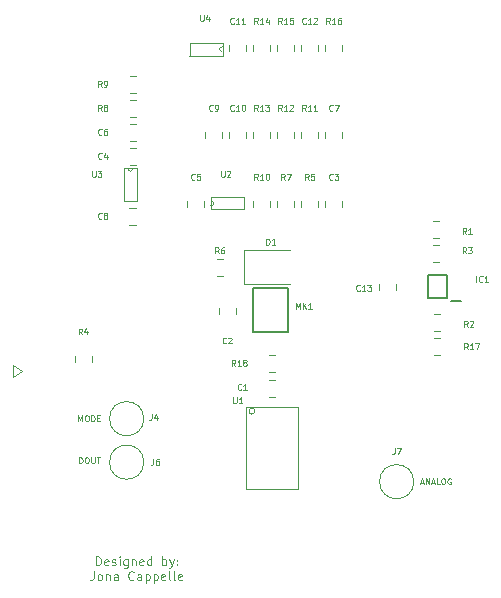
<source format=gto>
G04 #@! TF.GenerationSoftware,KiCad,Pcbnew,(5.1.6)-1*
G04 #@! TF.CreationDate,2021-11-15T15:55:18+01:00*
G04 #@! TF.ProjectId,SoundModulev2,536f756e-644d-46f6-9475-6c6576322e6b,rev?*
G04 #@! TF.SameCoordinates,Original*
G04 #@! TF.FileFunction,Legend,Top*
G04 #@! TF.FilePolarity,Positive*
%FSLAX46Y46*%
G04 Gerber Fmt 4.6, Leading zero omitted, Abs format (unit mm)*
G04 Created by KiCad (PCBNEW (5.1.6)-1) date 2021-11-15 15:55:18*
%MOMM*%
%LPD*%
G01*
G04 APERTURE LIST*
%ADD10C,0.125000*%
%ADD11C,0.120000*%
%ADD12C,0.200000*%
%ADD13C,0.150000*%
%ADD14C,0.070000*%
G04 APERTURE END LIST*
D10*
X135159596Y-93789013D02*
X135397691Y-93789013D01*
X135111977Y-93931870D02*
X135278643Y-93431870D01*
X135445310Y-93931870D01*
X135611977Y-93931870D02*
X135611977Y-93431870D01*
X135897691Y-93931870D01*
X135897691Y-93431870D01*
X136111977Y-93789013D02*
X136350072Y-93789013D01*
X136064358Y-93931870D02*
X136231024Y-93431870D01*
X136397691Y-93931870D01*
X136802453Y-93931870D02*
X136564358Y-93931870D01*
X136564358Y-93431870D01*
X137064358Y-93431870D02*
X137159596Y-93431870D01*
X137207215Y-93455680D01*
X137254834Y-93503299D01*
X137278643Y-93598537D01*
X137278643Y-93765203D01*
X137254834Y-93860441D01*
X137207215Y-93908060D01*
X137159596Y-93931870D01*
X137064358Y-93931870D01*
X137016739Y-93908060D01*
X136969120Y-93860441D01*
X136945310Y-93765203D01*
X136945310Y-93598537D01*
X136969120Y-93503299D01*
X137016739Y-93455680D01*
X137064358Y-93431870D01*
X137754834Y-93455680D02*
X137707215Y-93431870D01*
X137635786Y-93431870D01*
X137564358Y-93455680D01*
X137516739Y-93503299D01*
X137492929Y-93550918D01*
X137469120Y-93646156D01*
X137469120Y-93717584D01*
X137492929Y-93812822D01*
X137516739Y-93860441D01*
X137564358Y-93908060D01*
X137635786Y-93931870D01*
X137683405Y-93931870D01*
X137754834Y-93908060D01*
X137778643Y-93884251D01*
X137778643Y-93717584D01*
X137683405Y-93717584D01*
X106286881Y-92153870D02*
X106286881Y-91653870D01*
X106405929Y-91653870D01*
X106477358Y-91677680D01*
X106524977Y-91725299D01*
X106548786Y-91772918D01*
X106572596Y-91868156D01*
X106572596Y-91939584D01*
X106548786Y-92034822D01*
X106524977Y-92082441D01*
X106477358Y-92130060D01*
X106405929Y-92153870D01*
X106286881Y-92153870D01*
X106882120Y-91653870D02*
X106977358Y-91653870D01*
X107024977Y-91677680D01*
X107072596Y-91725299D01*
X107096405Y-91820537D01*
X107096405Y-91987203D01*
X107072596Y-92082441D01*
X107024977Y-92130060D01*
X106977358Y-92153870D01*
X106882120Y-92153870D01*
X106834500Y-92130060D01*
X106786881Y-92082441D01*
X106763072Y-91987203D01*
X106763072Y-91820537D01*
X106786881Y-91725299D01*
X106834500Y-91677680D01*
X106882120Y-91653870D01*
X107310691Y-91653870D02*
X107310691Y-92058632D01*
X107334500Y-92106251D01*
X107358310Y-92130060D01*
X107405929Y-92153870D01*
X107501167Y-92153870D01*
X107548786Y-92130060D01*
X107572596Y-92106251D01*
X107596405Y-92058632D01*
X107596405Y-91653870D01*
X107763072Y-91653870D02*
X108048786Y-91653870D01*
X107905929Y-92153870D02*
X107905929Y-91653870D01*
X107716748Y-100785965D02*
X107716748Y-100035965D01*
X107895320Y-100035965D01*
X108002462Y-100071680D01*
X108073891Y-100143108D01*
X108109605Y-100214537D01*
X108145320Y-100357394D01*
X108145320Y-100464537D01*
X108109605Y-100607394D01*
X108073891Y-100678822D01*
X108002462Y-100750251D01*
X107895320Y-100785965D01*
X107716748Y-100785965D01*
X108752462Y-100750251D02*
X108681034Y-100785965D01*
X108538177Y-100785965D01*
X108466748Y-100750251D01*
X108431034Y-100678822D01*
X108431034Y-100393108D01*
X108466748Y-100321680D01*
X108538177Y-100285965D01*
X108681034Y-100285965D01*
X108752462Y-100321680D01*
X108788177Y-100393108D01*
X108788177Y-100464537D01*
X108431034Y-100535965D01*
X109073891Y-100750251D02*
X109145320Y-100785965D01*
X109288177Y-100785965D01*
X109359605Y-100750251D01*
X109395320Y-100678822D01*
X109395320Y-100643108D01*
X109359605Y-100571680D01*
X109288177Y-100535965D01*
X109181034Y-100535965D01*
X109109605Y-100500251D01*
X109073891Y-100428822D01*
X109073891Y-100393108D01*
X109109605Y-100321680D01*
X109181034Y-100285965D01*
X109288177Y-100285965D01*
X109359605Y-100321680D01*
X109716748Y-100785965D02*
X109716748Y-100285965D01*
X109716748Y-100035965D02*
X109681034Y-100071680D01*
X109716748Y-100107394D01*
X109752462Y-100071680D01*
X109716748Y-100035965D01*
X109716748Y-100107394D01*
X110395320Y-100285965D02*
X110395320Y-100893108D01*
X110359605Y-100964537D01*
X110323891Y-101000251D01*
X110252462Y-101035965D01*
X110145320Y-101035965D01*
X110073891Y-101000251D01*
X110395320Y-100750251D02*
X110323891Y-100785965D01*
X110181034Y-100785965D01*
X110109605Y-100750251D01*
X110073891Y-100714537D01*
X110038177Y-100643108D01*
X110038177Y-100428822D01*
X110073891Y-100357394D01*
X110109605Y-100321680D01*
X110181034Y-100285965D01*
X110323891Y-100285965D01*
X110395320Y-100321680D01*
X110752462Y-100285965D02*
X110752462Y-100785965D01*
X110752462Y-100357394D02*
X110788177Y-100321680D01*
X110859605Y-100285965D01*
X110966748Y-100285965D01*
X111038177Y-100321680D01*
X111073891Y-100393108D01*
X111073891Y-100785965D01*
X111716748Y-100750251D02*
X111645320Y-100785965D01*
X111502462Y-100785965D01*
X111431034Y-100750251D01*
X111395320Y-100678822D01*
X111395320Y-100393108D01*
X111431034Y-100321680D01*
X111502462Y-100285965D01*
X111645320Y-100285965D01*
X111716748Y-100321680D01*
X111752462Y-100393108D01*
X111752462Y-100464537D01*
X111395320Y-100535965D01*
X112395320Y-100785965D02*
X112395320Y-100035965D01*
X112395320Y-100750251D02*
X112323891Y-100785965D01*
X112181034Y-100785965D01*
X112109605Y-100750251D01*
X112073891Y-100714537D01*
X112038177Y-100643108D01*
X112038177Y-100428822D01*
X112073891Y-100357394D01*
X112109605Y-100321680D01*
X112181034Y-100285965D01*
X112323891Y-100285965D01*
X112395320Y-100321680D01*
X113323891Y-100785965D02*
X113323891Y-100035965D01*
X113323891Y-100321680D02*
X113395320Y-100285965D01*
X113538177Y-100285965D01*
X113609605Y-100321680D01*
X113645320Y-100357394D01*
X113681034Y-100428822D01*
X113681034Y-100643108D01*
X113645320Y-100714537D01*
X113609605Y-100750251D01*
X113538177Y-100785965D01*
X113395320Y-100785965D01*
X113323891Y-100750251D01*
X113931034Y-100285965D02*
X114109605Y-100785965D01*
X114288177Y-100285965D02*
X114109605Y-100785965D01*
X114038177Y-100964537D01*
X114002462Y-101000251D01*
X113931034Y-101035965D01*
X114573891Y-100714537D02*
X114609605Y-100750251D01*
X114573891Y-100785965D01*
X114538177Y-100750251D01*
X114573891Y-100714537D01*
X114573891Y-100785965D01*
X114573891Y-100321680D02*
X114609605Y-100357394D01*
X114573891Y-100393108D01*
X114538177Y-100357394D01*
X114573891Y-100321680D01*
X114573891Y-100393108D01*
X107520320Y-101285965D02*
X107520320Y-101821680D01*
X107484605Y-101928822D01*
X107413177Y-102000251D01*
X107306034Y-102035965D01*
X107234605Y-102035965D01*
X107984605Y-102035965D02*
X107913177Y-102000251D01*
X107877462Y-101964537D01*
X107841748Y-101893108D01*
X107841748Y-101678822D01*
X107877462Y-101607394D01*
X107913177Y-101571680D01*
X107984605Y-101535965D01*
X108091748Y-101535965D01*
X108163177Y-101571680D01*
X108198891Y-101607394D01*
X108234605Y-101678822D01*
X108234605Y-101893108D01*
X108198891Y-101964537D01*
X108163177Y-102000251D01*
X108091748Y-102035965D01*
X107984605Y-102035965D01*
X108556034Y-101535965D02*
X108556034Y-102035965D01*
X108556034Y-101607394D02*
X108591748Y-101571680D01*
X108663177Y-101535965D01*
X108770320Y-101535965D01*
X108841748Y-101571680D01*
X108877462Y-101643108D01*
X108877462Y-102035965D01*
X109556034Y-102035965D02*
X109556034Y-101643108D01*
X109520320Y-101571680D01*
X109448891Y-101535965D01*
X109306034Y-101535965D01*
X109234605Y-101571680D01*
X109556034Y-102000251D02*
X109484605Y-102035965D01*
X109306034Y-102035965D01*
X109234605Y-102000251D01*
X109198891Y-101928822D01*
X109198891Y-101857394D01*
X109234605Y-101785965D01*
X109306034Y-101750251D01*
X109484605Y-101750251D01*
X109556034Y-101714537D01*
X110913177Y-101964537D02*
X110877462Y-102000251D01*
X110770320Y-102035965D01*
X110698891Y-102035965D01*
X110591748Y-102000251D01*
X110520320Y-101928822D01*
X110484605Y-101857394D01*
X110448891Y-101714537D01*
X110448891Y-101607394D01*
X110484605Y-101464537D01*
X110520320Y-101393108D01*
X110591748Y-101321680D01*
X110698891Y-101285965D01*
X110770320Y-101285965D01*
X110877462Y-101321680D01*
X110913177Y-101357394D01*
X111556034Y-102035965D02*
X111556034Y-101643108D01*
X111520320Y-101571680D01*
X111448891Y-101535965D01*
X111306034Y-101535965D01*
X111234605Y-101571680D01*
X111556034Y-102000251D02*
X111484605Y-102035965D01*
X111306034Y-102035965D01*
X111234605Y-102000251D01*
X111198891Y-101928822D01*
X111198891Y-101857394D01*
X111234605Y-101785965D01*
X111306034Y-101750251D01*
X111484605Y-101750251D01*
X111556034Y-101714537D01*
X111913177Y-101535965D02*
X111913177Y-102285965D01*
X111913177Y-101571680D02*
X111984605Y-101535965D01*
X112127462Y-101535965D01*
X112198891Y-101571680D01*
X112234605Y-101607394D01*
X112270320Y-101678822D01*
X112270320Y-101893108D01*
X112234605Y-101964537D01*
X112198891Y-102000251D01*
X112127462Y-102035965D01*
X111984605Y-102035965D01*
X111913177Y-102000251D01*
X112591748Y-101535965D02*
X112591748Y-102285965D01*
X112591748Y-101571680D02*
X112663177Y-101535965D01*
X112806034Y-101535965D01*
X112877462Y-101571680D01*
X112913177Y-101607394D01*
X112948891Y-101678822D01*
X112948891Y-101893108D01*
X112913177Y-101964537D01*
X112877462Y-102000251D01*
X112806034Y-102035965D01*
X112663177Y-102035965D01*
X112591748Y-102000251D01*
X113556034Y-102000251D02*
X113484605Y-102035965D01*
X113341748Y-102035965D01*
X113270320Y-102000251D01*
X113234605Y-101928822D01*
X113234605Y-101643108D01*
X113270320Y-101571680D01*
X113341748Y-101535965D01*
X113484605Y-101535965D01*
X113556034Y-101571680D01*
X113591748Y-101643108D01*
X113591748Y-101714537D01*
X113234605Y-101785965D01*
X114020320Y-102035965D02*
X113948891Y-102000251D01*
X113913177Y-101928822D01*
X113913177Y-101285965D01*
X114413177Y-102035965D02*
X114341748Y-102000251D01*
X114306034Y-101928822D01*
X114306034Y-101285965D01*
X114984605Y-102000251D02*
X114913177Y-102035965D01*
X114770320Y-102035965D01*
X114698891Y-102000251D01*
X114663177Y-101928822D01*
X114663177Y-101643108D01*
X114698891Y-101571680D01*
X114770320Y-101535965D01*
X114913177Y-101535965D01*
X114984605Y-101571680D01*
X115020320Y-101643108D01*
X115020320Y-101714537D01*
X114663177Y-101785965D01*
X106227358Y-88597870D02*
X106227358Y-88097870D01*
X106394024Y-88455013D01*
X106560691Y-88097870D01*
X106560691Y-88597870D01*
X106894024Y-88097870D02*
X106989262Y-88097870D01*
X107036881Y-88121680D01*
X107084500Y-88169299D01*
X107108310Y-88264537D01*
X107108310Y-88431203D01*
X107084500Y-88526441D01*
X107036881Y-88574060D01*
X106989262Y-88597870D01*
X106894024Y-88597870D01*
X106846405Y-88574060D01*
X106798786Y-88526441D01*
X106774977Y-88431203D01*
X106774977Y-88264537D01*
X106798786Y-88169299D01*
X106846405Y-88121680D01*
X106894024Y-88097870D01*
X107322596Y-88597870D02*
X107322596Y-88097870D01*
X107441643Y-88097870D01*
X107513072Y-88121680D01*
X107560691Y-88169299D01*
X107584500Y-88216918D01*
X107608310Y-88312156D01*
X107608310Y-88383584D01*
X107584500Y-88478822D01*
X107560691Y-88526441D01*
X107513072Y-88574060D01*
X107441643Y-88597870D01*
X107322596Y-88597870D01*
X107822596Y-88335965D02*
X107989262Y-88335965D01*
X108060691Y-88597870D02*
X107822596Y-88597870D01*
X107822596Y-88097870D01*
X108060691Y-88097870D01*
D11*
X101417120Y-84307680D02*
X100655120Y-83799680D01*
X100655120Y-84815680D02*
X101417120Y-84307680D01*
X100655120Y-83799680D02*
X100655120Y-84815680D01*
X120214120Y-77004680D02*
X124099120Y-77004680D01*
X120214120Y-74084680D02*
X120214120Y-77004680D01*
X124099120Y-74084680D02*
X120214120Y-74084680D01*
X134617120Y-93705680D02*
G75*
G03*
X134617120Y-93705680I-1450000J0D01*
G01*
X111757120Y-92054680D02*
G75*
G03*
X111757120Y-92054680I-1450000J0D01*
G01*
X111757120Y-88371680D02*
G75*
G03*
X111757120Y-88371680I-1450000J0D01*
G01*
X118106120Y-79488932D02*
X118106120Y-78966428D01*
X119526120Y-79488932D02*
X119526120Y-78966428D01*
X136857372Y-82985680D02*
X136334868Y-82985680D01*
X136857372Y-81565680D02*
X136334868Y-81565680D01*
X122887372Y-82962680D02*
X122364868Y-82962680D01*
X122887372Y-84382680D02*
X122364868Y-84382680D01*
D12*
X137396120Y-78195680D02*
X135796120Y-78195680D01*
X135796120Y-78195680D02*
X135796120Y-76195680D01*
X135796120Y-76195680D02*
X137396120Y-76195680D01*
X137396120Y-76195680D02*
X137396120Y-78195680D01*
X138596120Y-78445680D02*
X137746120Y-78445680D01*
D11*
X136730372Y-73079680D02*
X136207868Y-73079680D01*
X136730372Y-71659680D02*
X136207868Y-71659680D01*
X136334868Y-79533680D02*
X136857372Y-79533680D01*
X136334868Y-80953680D02*
X136857372Y-80953680D01*
X136207868Y-73691680D02*
X136730372Y-73691680D01*
X136207868Y-75111680D02*
X136730372Y-75111680D01*
X131695120Y-77456932D02*
X131695120Y-76934428D01*
X133115120Y-77456932D02*
X133115120Y-76934428D01*
X122364868Y-86541680D02*
X122887372Y-86541680D01*
X122364868Y-85121680D02*
X122887372Y-85121680D01*
X127123120Y-70480932D02*
X127123120Y-69958428D01*
X128543120Y-70480932D02*
X128543120Y-69958428D01*
X116859120Y-69940428D02*
X116859120Y-70462932D01*
X115439120Y-69940428D02*
X115439120Y-70462932D01*
X128543120Y-64638932D02*
X128543120Y-64116428D01*
X127123120Y-64638932D02*
X127123120Y-64116428D01*
X110562868Y-64824680D02*
X111085372Y-64824680D01*
X110562868Y-63404680D02*
X111085372Y-63404680D01*
X116963120Y-64638932D02*
X116963120Y-64116428D01*
X118383120Y-64638932D02*
X118383120Y-64116428D01*
X120415120Y-64638932D02*
X120415120Y-64116428D01*
X118995120Y-64638932D02*
X118995120Y-64116428D01*
X120415120Y-57254932D02*
X120415120Y-56732428D01*
X118995120Y-57254932D02*
X118995120Y-56732428D01*
X125091120Y-56732428D02*
X125091120Y-57254932D01*
X126511120Y-56732428D02*
X126511120Y-57254932D01*
D13*
X121024120Y-77315680D02*
X121024120Y-81075680D01*
X121024120Y-81075680D02*
X123974120Y-81075680D01*
X123974120Y-81075680D02*
X123974120Y-77315680D01*
X123974120Y-77315680D02*
X121024120Y-77315680D01*
D11*
X105914120Y-83030428D02*
X105914120Y-83552932D01*
X107334120Y-83030428D02*
X107334120Y-83552932D01*
X118442372Y-74834680D02*
X117919868Y-74834680D01*
X118442372Y-76254680D02*
X117919868Y-76254680D01*
X126511120Y-70480932D02*
X126511120Y-69958428D01*
X125091120Y-70480932D02*
X125091120Y-69958428D01*
X124479120Y-69958428D02*
X124479120Y-70480932D01*
X123059120Y-69958428D02*
X123059120Y-70480932D01*
X111085372Y-62792680D02*
X110562868Y-62792680D01*
X111085372Y-61372680D02*
X110562868Y-61372680D01*
X110562868Y-59340680D02*
X111085372Y-59340680D01*
X110562868Y-60760680D02*
X111085372Y-60760680D01*
X122447120Y-69958428D02*
X122447120Y-70480932D01*
X121027120Y-69958428D02*
X121027120Y-70480932D01*
X125091120Y-64638932D02*
X125091120Y-64116428D01*
X126511120Y-64638932D02*
X126511120Y-64116428D01*
X123059120Y-64116428D02*
X123059120Y-64638932D01*
X124479120Y-64116428D02*
X124479120Y-64638932D01*
X121027120Y-64638932D02*
X121027120Y-64116428D01*
X122447120Y-64638932D02*
X122447120Y-64116428D01*
X121027120Y-56732428D02*
X121027120Y-57254932D01*
X122447120Y-56732428D02*
X122447120Y-57254932D01*
X124479120Y-57254932D02*
X124479120Y-56732428D01*
X123059120Y-57254932D02*
X123059120Y-56732428D01*
X128543120Y-56732428D02*
X128543120Y-57254932D01*
X127123120Y-56732428D02*
X127123120Y-57254932D01*
X120403620Y-87355680D02*
X124848620Y-87355680D01*
X124848620Y-87355680D02*
X124848620Y-94340680D01*
X124848620Y-94340680D02*
X120403620Y-94340680D01*
X120403620Y-94340680D02*
X120403620Y-87355680D01*
X121165620Y-87736680D02*
G75*
G03*
X121165620Y-87736680I-254000J0D01*
G01*
D14*
X117419120Y-69575680D02*
X120233440Y-69575680D01*
X120213120Y-69575680D02*
X120213120Y-70655180D01*
X120213120Y-70655180D02*
X117419120Y-70655180D01*
X117419120Y-69575680D02*
X117419120Y-70655180D01*
X117421272Y-70317717D02*
G75*
G03*
X117685820Y-70096380I58808J198477D01*
G01*
X117685820Y-70091300D02*
G75*
G03*
X117475000Y-69875400I-213360J2540D01*
G01*
X111196120Y-67162680D02*
X111196120Y-69977000D01*
X111196120Y-69956680D02*
X110116620Y-69956680D01*
X110116620Y-69956680D02*
X110116620Y-67162680D01*
X111196120Y-67162680D02*
X110116620Y-67162680D01*
X110454083Y-67164832D02*
G75*
G03*
X110675420Y-67429380I198477J-58808D01*
G01*
X110680500Y-67429380D02*
G75*
G03*
X110896400Y-67218560I2540J213360D01*
G01*
X118435120Y-57637680D02*
X118435120Y-56558180D01*
X115641120Y-56558180D02*
X118435120Y-56558180D01*
X115641120Y-57637680D02*
X115641120Y-56558180D01*
X118435120Y-57637680D02*
X115620800Y-57637680D01*
X118168420Y-57122060D02*
G75*
G03*
X118379240Y-57337960I213360J-2540D01*
G01*
X118432968Y-56895643D02*
G75*
G03*
X118168420Y-57116980I-58808J-198477D01*
G01*
D11*
X110553868Y-65436680D02*
X111076372Y-65436680D01*
X110553868Y-66856680D02*
X111076372Y-66856680D01*
X110544868Y-71936680D02*
X111067372Y-71936680D01*
X110544868Y-70516680D02*
X111067372Y-70516680D01*
D10*
X122130072Y-73625870D02*
X122130072Y-73125870D01*
X122249120Y-73125870D01*
X122320548Y-73149680D01*
X122368167Y-73197299D01*
X122391977Y-73244918D01*
X122415786Y-73340156D01*
X122415786Y-73411584D01*
X122391977Y-73506822D01*
X122368167Y-73554441D01*
X122320548Y-73602060D01*
X122249120Y-73625870D01*
X122130072Y-73625870D01*
X122891977Y-73625870D02*
X122606262Y-73625870D01*
X122749120Y-73625870D02*
X122749120Y-73125870D01*
X122701500Y-73197299D01*
X122653881Y-73244918D01*
X122606262Y-73268727D01*
X133000453Y-90891870D02*
X133000453Y-91249013D01*
X132976643Y-91320441D01*
X132929024Y-91368060D01*
X132857596Y-91391870D01*
X132809977Y-91391870D01*
X133190929Y-90891870D02*
X133524262Y-90891870D01*
X133309977Y-91391870D01*
X112553453Y-91780870D02*
X112553453Y-92138013D01*
X112529643Y-92209441D01*
X112482024Y-92257060D01*
X112410596Y-92280870D01*
X112362977Y-92280870D01*
X113005834Y-91780870D02*
X112910596Y-91780870D01*
X112862977Y-91804680D01*
X112839167Y-91828489D01*
X112791548Y-91899918D01*
X112767739Y-91995156D01*
X112767739Y-92185632D01*
X112791548Y-92233251D01*
X112815358Y-92257060D01*
X112862977Y-92280870D01*
X112958215Y-92280870D01*
X113005834Y-92257060D01*
X113029643Y-92233251D01*
X113053453Y-92185632D01*
X113053453Y-92066584D01*
X113029643Y-92018965D01*
X113005834Y-91995156D01*
X112958215Y-91971346D01*
X112862977Y-91971346D01*
X112815358Y-91995156D01*
X112791548Y-92018965D01*
X112767739Y-92066584D01*
X112426453Y-87970870D02*
X112426453Y-88328013D01*
X112402643Y-88399441D01*
X112355024Y-88447060D01*
X112283596Y-88470870D01*
X112235977Y-88470870D01*
X112878834Y-88137537D02*
X112878834Y-88470870D01*
X112759786Y-87947060D02*
X112640739Y-88304203D01*
X112950262Y-88304203D01*
X118732786Y-81955251D02*
X118708977Y-81979060D01*
X118637548Y-82002870D01*
X118589929Y-82002870D01*
X118518500Y-81979060D01*
X118470881Y-81931441D01*
X118447072Y-81883822D01*
X118423262Y-81788584D01*
X118423262Y-81717156D01*
X118447072Y-81621918D01*
X118470881Y-81574299D01*
X118518500Y-81526680D01*
X118589929Y-81502870D01*
X118637548Y-81502870D01*
X118708977Y-81526680D01*
X118732786Y-81550489D01*
X118923262Y-81550489D02*
X118947072Y-81526680D01*
X118994691Y-81502870D01*
X119113739Y-81502870D01*
X119161358Y-81526680D01*
X119185167Y-81550489D01*
X119208977Y-81598108D01*
X119208977Y-81645727D01*
X119185167Y-81717156D01*
X118899453Y-82002870D01*
X119208977Y-82002870D01*
X139195691Y-82501870D02*
X139029024Y-82263775D01*
X138909977Y-82501870D02*
X138909977Y-82001870D01*
X139100453Y-82001870D01*
X139148072Y-82025680D01*
X139171881Y-82049489D01*
X139195691Y-82097108D01*
X139195691Y-82168537D01*
X139171881Y-82216156D01*
X139148072Y-82239965D01*
X139100453Y-82263775D01*
X138909977Y-82263775D01*
X139671881Y-82501870D02*
X139386167Y-82501870D01*
X139529024Y-82501870D02*
X139529024Y-82001870D01*
X139481405Y-82073299D01*
X139433786Y-82120918D01*
X139386167Y-82144727D01*
X139838548Y-82001870D02*
X140171881Y-82001870D01*
X139957596Y-82501870D01*
X119510691Y-83898870D02*
X119344024Y-83660775D01*
X119224977Y-83898870D02*
X119224977Y-83398870D01*
X119415453Y-83398870D01*
X119463072Y-83422680D01*
X119486881Y-83446489D01*
X119510691Y-83494108D01*
X119510691Y-83565537D01*
X119486881Y-83613156D01*
X119463072Y-83636965D01*
X119415453Y-83660775D01*
X119224977Y-83660775D01*
X119986881Y-83898870D02*
X119701167Y-83898870D01*
X119844024Y-83898870D02*
X119844024Y-83398870D01*
X119796405Y-83470299D01*
X119748786Y-83517918D01*
X119701167Y-83541727D01*
X120272596Y-83613156D02*
X120224977Y-83589346D01*
X120201167Y-83565537D01*
X120177358Y-83517918D01*
X120177358Y-83494108D01*
X120201167Y-83446489D01*
X120224977Y-83422680D01*
X120272596Y-83398870D01*
X120367834Y-83398870D01*
X120415453Y-83422680D01*
X120439262Y-83446489D01*
X120463072Y-83494108D01*
X120463072Y-83517918D01*
X120439262Y-83565537D01*
X120415453Y-83589346D01*
X120367834Y-83613156D01*
X120272596Y-83613156D01*
X120224977Y-83636965D01*
X120201167Y-83660775D01*
X120177358Y-83708394D01*
X120177358Y-83803632D01*
X120201167Y-83851251D01*
X120224977Y-83875060D01*
X120272596Y-83898870D01*
X120367834Y-83898870D01*
X120415453Y-83875060D01*
X120439262Y-83851251D01*
X120463072Y-83803632D01*
X120463072Y-83708394D01*
X120439262Y-83660775D01*
X120415453Y-83636965D01*
X120367834Y-83613156D01*
X139918024Y-76786870D02*
X139918024Y-76286870D01*
X140441834Y-76739251D02*
X140418024Y-76763060D01*
X140346596Y-76786870D01*
X140298977Y-76786870D01*
X140227548Y-76763060D01*
X140179929Y-76715441D01*
X140156120Y-76667822D01*
X140132310Y-76572584D01*
X140132310Y-76501156D01*
X140156120Y-76405918D01*
X140179929Y-76358299D01*
X140227548Y-76310680D01*
X140298977Y-76286870D01*
X140346596Y-76286870D01*
X140418024Y-76310680D01*
X140441834Y-76334489D01*
X140918024Y-76786870D02*
X140632310Y-76786870D01*
X140775167Y-76786870D02*
X140775167Y-76286870D01*
X140727548Y-76358299D01*
X140679929Y-76405918D01*
X140632310Y-76429727D01*
X139052786Y-74373870D02*
X138886120Y-74135775D01*
X138767072Y-74373870D02*
X138767072Y-73873870D01*
X138957548Y-73873870D01*
X139005167Y-73897680D01*
X139028977Y-73921489D01*
X139052786Y-73969108D01*
X139052786Y-74040537D01*
X139028977Y-74088156D01*
X139005167Y-74111965D01*
X138957548Y-74135775D01*
X138767072Y-74135775D01*
X139219453Y-73873870D02*
X139528977Y-73873870D01*
X139362310Y-74064346D01*
X139433739Y-74064346D01*
X139481358Y-74088156D01*
X139505167Y-74111965D01*
X139528977Y-74159584D01*
X139528977Y-74278632D01*
X139505167Y-74326251D01*
X139481358Y-74350060D01*
X139433739Y-74373870D01*
X139290881Y-74373870D01*
X139243262Y-74350060D01*
X139219453Y-74326251D01*
X139179786Y-80596870D02*
X139013120Y-80358775D01*
X138894072Y-80596870D02*
X138894072Y-80096870D01*
X139084548Y-80096870D01*
X139132167Y-80120680D01*
X139155977Y-80144489D01*
X139179786Y-80192108D01*
X139179786Y-80263537D01*
X139155977Y-80311156D01*
X139132167Y-80334965D01*
X139084548Y-80358775D01*
X138894072Y-80358775D01*
X139370262Y-80144489D02*
X139394072Y-80120680D01*
X139441691Y-80096870D01*
X139560739Y-80096870D01*
X139608358Y-80120680D01*
X139632167Y-80144489D01*
X139655977Y-80192108D01*
X139655977Y-80239727D01*
X139632167Y-80311156D01*
X139346453Y-80596870D01*
X139655977Y-80596870D01*
X139052786Y-72722870D02*
X138886120Y-72484775D01*
X138767072Y-72722870D02*
X138767072Y-72222870D01*
X138957548Y-72222870D01*
X139005167Y-72246680D01*
X139028977Y-72270489D01*
X139052786Y-72318108D01*
X139052786Y-72389537D01*
X139028977Y-72437156D01*
X139005167Y-72460965D01*
X138957548Y-72484775D01*
X138767072Y-72484775D01*
X139528977Y-72722870D02*
X139243262Y-72722870D01*
X139386120Y-72722870D02*
X139386120Y-72222870D01*
X139338500Y-72294299D01*
X139290881Y-72341918D01*
X139243262Y-72365727D01*
X130051691Y-77501251D02*
X130027881Y-77525060D01*
X129956453Y-77548870D01*
X129908834Y-77548870D01*
X129837405Y-77525060D01*
X129789786Y-77477441D01*
X129765977Y-77429822D01*
X129742167Y-77334584D01*
X129742167Y-77263156D01*
X129765977Y-77167918D01*
X129789786Y-77120299D01*
X129837405Y-77072680D01*
X129908834Y-77048870D01*
X129956453Y-77048870D01*
X130027881Y-77072680D01*
X130051691Y-77096489D01*
X130527881Y-77548870D02*
X130242167Y-77548870D01*
X130385024Y-77548870D02*
X130385024Y-77048870D01*
X130337405Y-77120299D01*
X130289786Y-77167918D01*
X130242167Y-77191727D01*
X130694548Y-77048870D02*
X131004072Y-77048870D01*
X130837405Y-77239346D01*
X130908834Y-77239346D01*
X130956453Y-77263156D01*
X130980262Y-77286965D01*
X131004072Y-77334584D01*
X131004072Y-77453632D01*
X130980262Y-77501251D01*
X130956453Y-77525060D01*
X130908834Y-77548870D01*
X130765977Y-77548870D01*
X130718358Y-77525060D01*
X130694548Y-77501251D01*
X120002786Y-85883251D02*
X119978977Y-85907060D01*
X119907548Y-85930870D01*
X119859929Y-85930870D01*
X119788500Y-85907060D01*
X119740881Y-85859441D01*
X119717072Y-85811822D01*
X119693262Y-85716584D01*
X119693262Y-85645156D01*
X119717072Y-85549918D01*
X119740881Y-85502299D01*
X119788500Y-85454680D01*
X119859929Y-85430870D01*
X119907548Y-85430870D01*
X119978977Y-85454680D01*
X120002786Y-85478489D01*
X120478977Y-85930870D02*
X120193262Y-85930870D01*
X120336120Y-85930870D02*
X120336120Y-85430870D01*
X120288500Y-85502299D01*
X120240881Y-85549918D01*
X120193262Y-85573727D01*
X127749786Y-68103251D02*
X127725977Y-68127060D01*
X127654548Y-68150870D01*
X127606929Y-68150870D01*
X127535500Y-68127060D01*
X127487881Y-68079441D01*
X127464072Y-68031822D01*
X127440262Y-67936584D01*
X127440262Y-67865156D01*
X127464072Y-67769918D01*
X127487881Y-67722299D01*
X127535500Y-67674680D01*
X127606929Y-67650870D01*
X127654548Y-67650870D01*
X127725977Y-67674680D01*
X127749786Y-67698489D01*
X127916453Y-67650870D02*
X128225977Y-67650870D01*
X128059310Y-67841346D01*
X128130739Y-67841346D01*
X128178358Y-67865156D01*
X128202167Y-67888965D01*
X128225977Y-67936584D01*
X128225977Y-68055632D01*
X128202167Y-68103251D01*
X128178358Y-68127060D01*
X128130739Y-68150870D01*
X127987881Y-68150870D01*
X127940262Y-68127060D01*
X127916453Y-68103251D01*
X116065786Y-68103251D02*
X116041977Y-68127060D01*
X115970548Y-68150870D01*
X115922929Y-68150870D01*
X115851500Y-68127060D01*
X115803881Y-68079441D01*
X115780072Y-68031822D01*
X115756262Y-67936584D01*
X115756262Y-67865156D01*
X115780072Y-67769918D01*
X115803881Y-67722299D01*
X115851500Y-67674680D01*
X115922929Y-67650870D01*
X115970548Y-67650870D01*
X116041977Y-67674680D01*
X116065786Y-67698489D01*
X116518167Y-67650870D02*
X116280072Y-67650870D01*
X116256262Y-67888965D01*
X116280072Y-67865156D01*
X116327691Y-67841346D01*
X116446739Y-67841346D01*
X116494358Y-67865156D01*
X116518167Y-67888965D01*
X116541977Y-67936584D01*
X116541977Y-68055632D01*
X116518167Y-68103251D01*
X116494358Y-68127060D01*
X116446739Y-68150870D01*
X116327691Y-68150870D01*
X116280072Y-68127060D01*
X116256262Y-68103251D01*
X127749786Y-62261251D02*
X127725977Y-62285060D01*
X127654548Y-62308870D01*
X127606929Y-62308870D01*
X127535500Y-62285060D01*
X127487881Y-62237441D01*
X127464072Y-62189822D01*
X127440262Y-62094584D01*
X127440262Y-62023156D01*
X127464072Y-61927918D01*
X127487881Y-61880299D01*
X127535500Y-61832680D01*
X127606929Y-61808870D01*
X127654548Y-61808870D01*
X127725977Y-61832680D01*
X127749786Y-61856489D01*
X127916453Y-61808870D02*
X128249786Y-61808870D01*
X128035500Y-62308870D01*
X108191786Y-64293251D02*
X108167977Y-64317060D01*
X108096548Y-64340870D01*
X108048929Y-64340870D01*
X107977500Y-64317060D01*
X107929881Y-64269441D01*
X107906072Y-64221822D01*
X107882262Y-64126584D01*
X107882262Y-64055156D01*
X107906072Y-63959918D01*
X107929881Y-63912299D01*
X107977500Y-63864680D01*
X108048929Y-63840870D01*
X108096548Y-63840870D01*
X108167977Y-63864680D01*
X108191786Y-63888489D01*
X108620358Y-63840870D02*
X108525120Y-63840870D01*
X108477500Y-63864680D01*
X108453691Y-63888489D01*
X108406072Y-63959918D01*
X108382262Y-64055156D01*
X108382262Y-64245632D01*
X108406072Y-64293251D01*
X108429881Y-64317060D01*
X108477500Y-64340870D01*
X108572739Y-64340870D01*
X108620358Y-64317060D01*
X108644167Y-64293251D01*
X108667977Y-64245632D01*
X108667977Y-64126584D01*
X108644167Y-64078965D01*
X108620358Y-64055156D01*
X108572739Y-64031346D01*
X108477500Y-64031346D01*
X108429881Y-64055156D01*
X108406072Y-64078965D01*
X108382262Y-64126584D01*
X117589786Y-62261251D02*
X117565977Y-62285060D01*
X117494548Y-62308870D01*
X117446929Y-62308870D01*
X117375500Y-62285060D01*
X117327881Y-62237441D01*
X117304072Y-62189822D01*
X117280262Y-62094584D01*
X117280262Y-62023156D01*
X117304072Y-61927918D01*
X117327881Y-61880299D01*
X117375500Y-61832680D01*
X117446929Y-61808870D01*
X117494548Y-61808870D01*
X117565977Y-61832680D01*
X117589786Y-61856489D01*
X117827881Y-62308870D02*
X117923120Y-62308870D01*
X117970739Y-62285060D01*
X117994548Y-62261251D01*
X118042167Y-62189822D01*
X118065977Y-62094584D01*
X118065977Y-61904108D01*
X118042167Y-61856489D01*
X118018358Y-61832680D01*
X117970739Y-61808870D01*
X117875500Y-61808870D01*
X117827881Y-61832680D01*
X117804072Y-61856489D01*
X117780262Y-61904108D01*
X117780262Y-62023156D01*
X117804072Y-62070775D01*
X117827881Y-62094584D01*
X117875500Y-62118394D01*
X117970739Y-62118394D01*
X118018358Y-62094584D01*
X118042167Y-62070775D01*
X118065977Y-62023156D01*
X119383691Y-62261251D02*
X119359881Y-62285060D01*
X119288453Y-62308870D01*
X119240834Y-62308870D01*
X119169405Y-62285060D01*
X119121786Y-62237441D01*
X119097977Y-62189822D01*
X119074167Y-62094584D01*
X119074167Y-62023156D01*
X119097977Y-61927918D01*
X119121786Y-61880299D01*
X119169405Y-61832680D01*
X119240834Y-61808870D01*
X119288453Y-61808870D01*
X119359881Y-61832680D01*
X119383691Y-61856489D01*
X119859881Y-62308870D02*
X119574167Y-62308870D01*
X119717024Y-62308870D02*
X119717024Y-61808870D01*
X119669405Y-61880299D01*
X119621786Y-61927918D01*
X119574167Y-61951727D01*
X120169405Y-61808870D02*
X120217024Y-61808870D01*
X120264643Y-61832680D01*
X120288453Y-61856489D01*
X120312262Y-61904108D01*
X120336072Y-61999346D01*
X120336072Y-62118394D01*
X120312262Y-62213632D01*
X120288453Y-62261251D01*
X120264643Y-62285060D01*
X120217024Y-62308870D01*
X120169405Y-62308870D01*
X120121786Y-62285060D01*
X120097977Y-62261251D01*
X120074167Y-62213632D01*
X120050358Y-62118394D01*
X120050358Y-61999346D01*
X120074167Y-61904108D01*
X120097977Y-61856489D01*
X120121786Y-61832680D01*
X120169405Y-61808870D01*
X119383691Y-54895251D02*
X119359881Y-54919060D01*
X119288453Y-54942870D01*
X119240834Y-54942870D01*
X119169405Y-54919060D01*
X119121786Y-54871441D01*
X119097977Y-54823822D01*
X119074167Y-54728584D01*
X119074167Y-54657156D01*
X119097977Y-54561918D01*
X119121786Y-54514299D01*
X119169405Y-54466680D01*
X119240834Y-54442870D01*
X119288453Y-54442870D01*
X119359881Y-54466680D01*
X119383691Y-54490489D01*
X119859881Y-54942870D02*
X119574167Y-54942870D01*
X119717024Y-54942870D02*
X119717024Y-54442870D01*
X119669405Y-54514299D01*
X119621786Y-54561918D01*
X119574167Y-54585727D01*
X120336072Y-54942870D02*
X120050358Y-54942870D01*
X120193215Y-54942870D02*
X120193215Y-54442870D01*
X120145596Y-54514299D01*
X120097977Y-54561918D01*
X120050358Y-54585727D01*
X125479691Y-54895251D02*
X125455881Y-54919060D01*
X125384453Y-54942870D01*
X125336834Y-54942870D01*
X125265405Y-54919060D01*
X125217786Y-54871441D01*
X125193977Y-54823822D01*
X125170167Y-54728584D01*
X125170167Y-54657156D01*
X125193977Y-54561918D01*
X125217786Y-54514299D01*
X125265405Y-54466680D01*
X125336834Y-54442870D01*
X125384453Y-54442870D01*
X125455881Y-54466680D01*
X125479691Y-54490489D01*
X125955881Y-54942870D02*
X125670167Y-54942870D01*
X125813024Y-54942870D02*
X125813024Y-54442870D01*
X125765405Y-54514299D01*
X125717786Y-54561918D01*
X125670167Y-54585727D01*
X126146358Y-54490489D02*
X126170167Y-54466680D01*
X126217786Y-54442870D01*
X126336834Y-54442870D01*
X126384453Y-54466680D01*
X126408262Y-54490489D01*
X126432072Y-54538108D01*
X126432072Y-54585727D01*
X126408262Y-54657156D01*
X126122548Y-54942870D01*
X126432072Y-54942870D01*
X124639358Y-79067870D02*
X124639358Y-78567870D01*
X124806024Y-78925013D01*
X124972691Y-78567870D01*
X124972691Y-79067870D01*
X125210786Y-79067870D02*
X125210786Y-78567870D01*
X125496500Y-79067870D02*
X125282215Y-78782156D01*
X125496500Y-78567870D02*
X125210786Y-78853584D01*
X125972691Y-79067870D02*
X125686977Y-79067870D01*
X125829834Y-79067870D02*
X125829834Y-78567870D01*
X125782215Y-78639299D01*
X125734596Y-78686918D01*
X125686977Y-78710727D01*
X106540786Y-81240870D02*
X106374120Y-81002775D01*
X106255072Y-81240870D02*
X106255072Y-80740870D01*
X106445548Y-80740870D01*
X106493167Y-80764680D01*
X106516977Y-80788489D01*
X106540786Y-80836108D01*
X106540786Y-80907537D01*
X106516977Y-80955156D01*
X106493167Y-80978965D01*
X106445548Y-81002775D01*
X106255072Y-81002775D01*
X106969358Y-80907537D02*
X106969358Y-81240870D01*
X106850310Y-80717060D02*
X106731262Y-81074203D01*
X107040786Y-81074203D01*
X118097786Y-74373870D02*
X117931120Y-74135775D01*
X117812072Y-74373870D02*
X117812072Y-73873870D01*
X118002548Y-73873870D01*
X118050167Y-73897680D01*
X118073977Y-73921489D01*
X118097786Y-73969108D01*
X118097786Y-74040537D01*
X118073977Y-74088156D01*
X118050167Y-74111965D01*
X118002548Y-74135775D01*
X117812072Y-74135775D01*
X118526358Y-73873870D02*
X118431120Y-73873870D01*
X118383500Y-73897680D01*
X118359691Y-73921489D01*
X118312072Y-73992918D01*
X118288262Y-74088156D01*
X118288262Y-74278632D01*
X118312072Y-74326251D01*
X118335881Y-74350060D01*
X118383500Y-74373870D01*
X118478739Y-74373870D01*
X118526358Y-74350060D01*
X118550167Y-74326251D01*
X118573977Y-74278632D01*
X118573977Y-74159584D01*
X118550167Y-74111965D01*
X118526358Y-74088156D01*
X118478739Y-74064346D01*
X118383500Y-74064346D01*
X118335881Y-74088156D01*
X118312072Y-74111965D01*
X118288262Y-74159584D01*
X125717786Y-68150870D02*
X125551120Y-67912775D01*
X125432072Y-68150870D02*
X125432072Y-67650870D01*
X125622548Y-67650870D01*
X125670167Y-67674680D01*
X125693977Y-67698489D01*
X125717786Y-67746108D01*
X125717786Y-67817537D01*
X125693977Y-67865156D01*
X125670167Y-67888965D01*
X125622548Y-67912775D01*
X125432072Y-67912775D01*
X126170167Y-67650870D02*
X125932072Y-67650870D01*
X125908262Y-67888965D01*
X125932072Y-67865156D01*
X125979691Y-67841346D01*
X126098739Y-67841346D01*
X126146358Y-67865156D01*
X126170167Y-67888965D01*
X126193977Y-67936584D01*
X126193977Y-68055632D01*
X126170167Y-68103251D01*
X126146358Y-68127060D01*
X126098739Y-68150870D01*
X125979691Y-68150870D01*
X125932072Y-68127060D01*
X125908262Y-68103251D01*
X123685786Y-68150870D02*
X123519120Y-67912775D01*
X123400072Y-68150870D02*
X123400072Y-67650870D01*
X123590548Y-67650870D01*
X123638167Y-67674680D01*
X123661977Y-67698489D01*
X123685786Y-67746108D01*
X123685786Y-67817537D01*
X123661977Y-67865156D01*
X123638167Y-67888965D01*
X123590548Y-67912775D01*
X123400072Y-67912775D01*
X123852453Y-67650870D02*
X124185786Y-67650870D01*
X123971500Y-68150870D01*
X108191786Y-62308870D02*
X108025120Y-62070775D01*
X107906072Y-62308870D02*
X107906072Y-61808870D01*
X108096548Y-61808870D01*
X108144167Y-61832680D01*
X108167977Y-61856489D01*
X108191786Y-61904108D01*
X108191786Y-61975537D01*
X108167977Y-62023156D01*
X108144167Y-62046965D01*
X108096548Y-62070775D01*
X107906072Y-62070775D01*
X108477500Y-62023156D02*
X108429881Y-61999346D01*
X108406072Y-61975537D01*
X108382262Y-61927918D01*
X108382262Y-61904108D01*
X108406072Y-61856489D01*
X108429881Y-61832680D01*
X108477500Y-61808870D01*
X108572739Y-61808870D01*
X108620358Y-61832680D01*
X108644167Y-61856489D01*
X108667977Y-61904108D01*
X108667977Y-61927918D01*
X108644167Y-61975537D01*
X108620358Y-61999346D01*
X108572739Y-62023156D01*
X108477500Y-62023156D01*
X108429881Y-62046965D01*
X108406072Y-62070775D01*
X108382262Y-62118394D01*
X108382262Y-62213632D01*
X108406072Y-62261251D01*
X108429881Y-62285060D01*
X108477500Y-62308870D01*
X108572739Y-62308870D01*
X108620358Y-62285060D01*
X108644167Y-62261251D01*
X108667977Y-62213632D01*
X108667977Y-62118394D01*
X108644167Y-62070775D01*
X108620358Y-62046965D01*
X108572739Y-62023156D01*
X108191786Y-60276870D02*
X108025120Y-60038775D01*
X107906072Y-60276870D02*
X107906072Y-59776870D01*
X108096548Y-59776870D01*
X108144167Y-59800680D01*
X108167977Y-59824489D01*
X108191786Y-59872108D01*
X108191786Y-59943537D01*
X108167977Y-59991156D01*
X108144167Y-60014965D01*
X108096548Y-60038775D01*
X107906072Y-60038775D01*
X108429881Y-60276870D02*
X108525120Y-60276870D01*
X108572739Y-60253060D01*
X108596548Y-60229251D01*
X108644167Y-60157822D01*
X108667977Y-60062584D01*
X108667977Y-59872108D01*
X108644167Y-59824489D01*
X108620358Y-59800680D01*
X108572739Y-59776870D01*
X108477500Y-59776870D01*
X108429881Y-59800680D01*
X108406072Y-59824489D01*
X108382262Y-59872108D01*
X108382262Y-59991156D01*
X108406072Y-60038775D01*
X108429881Y-60062584D01*
X108477500Y-60086394D01*
X108572739Y-60086394D01*
X108620358Y-60062584D01*
X108644167Y-60038775D01*
X108667977Y-59991156D01*
X121415691Y-68150870D02*
X121249024Y-67912775D01*
X121129977Y-68150870D02*
X121129977Y-67650870D01*
X121320453Y-67650870D01*
X121368072Y-67674680D01*
X121391881Y-67698489D01*
X121415691Y-67746108D01*
X121415691Y-67817537D01*
X121391881Y-67865156D01*
X121368072Y-67888965D01*
X121320453Y-67912775D01*
X121129977Y-67912775D01*
X121891881Y-68150870D02*
X121606167Y-68150870D01*
X121749024Y-68150870D02*
X121749024Y-67650870D01*
X121701405Y-67722299D01*
X121653786Y-67769918D01*
X121606167Y-67793727D01*
X122201405Y-67650870D02*
X122249024Y-67650870D01*
X122296643Y-67674680D01*
X122320453Y-67698489D01*
X122344262Y-67746108D01*
X122368072Y-67841346D01*
X122368072Y-67960394D01*
X122344262Y-68055632D01*
X122320453Y-68103251D01*
X122296643Y-68127060D01*
X122249024Y-68150870D01*
X122201405Y-68150870D01*
X122153786Y-68127060D01*
X122129977Y-68103251D01*
X122106167Y-68055632D01*
X122082358Y-67960394D01*
X122082358Y-67841346D01*
X122106167Y-67746108D01*
X122129977Y-67698489D01*
X122153786Y-67674680D01*
X122201405Y-67650870D01*
X125479691Y-62308870D02*
X125313024Y-62070775D01*
X125193977Y-62308870D02*
X125193977Y-61808870D01*
X125384453Y-61808870D01*
X125432072Y-61832680D01*
X125455881Y-61856489D01*
X125479691Y-61904108D01*
X125479691Y-61975537D01*
X125455881Y-62023156D01*
X125432072Y-62046965D01*
X125384453Y-62070775D01*
X125193977Y-62070775D01*
X125955881Y-62308870D02*
X125670167Y-62308870D01*
X125813024Y-62308870D02*
X125813024Y-61808870D01*
X125765405Y-61880299D01*
X125717786Y-61927918D01*
X125670167Y-61951727D01*
X126432072Y-62308870D02*
X126146358Y-62308870D01*
X126289215Y-62308870D02*
X126289215Y-61808870D01*
X126241596Y-61880299D01*
X126193977Y-61927918D01*
X126146358Y-61951727D01*
X123447691Y-62308870D02*
X123281024Y-62070775D01*
X123161977Y-62308870D02*
X123161977Y-61808870D01*
X123352453Y-61808870D01*
X123400072Y-61832680D01*
X123423881Y-61856489D01*
X123447691Y-61904108D01*
X123447691Y-61975537D01*
X123423881Y-62023156D01*
X123400072Y-62046965D01*
X123352453Y-62070775D01*
X123161977Y-62070775D01*
X123923881Y-62308870D02*
X123638167Y-62308870D01*
X123781024Y-62308870D02*
X123781024Y-61808870D01*
X123733405Y-61880299D01*
X123685786Y-61927918D01*
X123638167Y-61951727D01*
X124114358Y-61856489D02*
X124138167Y-61832680D01*
X124185786Y-61808870D01*
X124304834Y-61808870D01*
X124352453Y-61832680D01*
X124376262Y-61856489D01*
X124400072Y-61904108D01*
X124400072Y-61951727D01*
X124376262Y-62023156D01*
X124090548Y-62308870D01*
X124400072Y-62308870D01*
X121415691Y-62308870D02*
X121249024Y-62070775D01*
X121129977Y-62308870D02*
X121129977Y-61808870D01*
X121320453Y-61808870D01*
X121368072Y-61832680D01*
X121391881Y-61856489D01*
X121415691Y-61904108D01*
X121415691Y-61975537D01*
X121391881Y-62023156D01*
X121368072Y-62046965D01*
X121320453Y-62070775D01*
X121129977Y-62070775D01*
X121891881Y-62308870D02*
X121606167Y-62308870D01*
X121749024Y-62308870D02*
X121749024Y-61808870D01*
X121701405Y-61880299D01*
X121653786Y-61927918D01*
X121606167Y-61951727D01*
X122058548Y-61808870D02*
X122368072Y-61808870D01*
X122201405Y-61999346D01*
X122272834Y-61999346D01*
X122320453Y-62023156D01*
X122344262Y-62046965D01*
X122368072Y-62094584D01*
X122368072Y-62213632D01*
X122344262Y-62261251D01*
X122320453Y-62285060D01*
X122272834Y-62308870D01*
X122129977Y-62308870D01*
X122082358Y-62285060D01*
X122058548Y-62261251D01*
X121415691Y-54942870D02*
X121249024Y-54704775D01*
X121129977Y-54942870D02*
X121129977Y-54442870D01*
X121320453Y-54442870D01*
X121368072Y-54466680D01*
X121391881Y-54490489D01*
X121415691Y-54538108D01*
X121415691Y-54609537D01*
X121391881Y-54657156D01*
X121368072Y-54680965D01*
X121320453Y-54704775D01*
X121129977Y-54704775D01*
X121891881Y-54942870D02*
X121606167Y-54942870D01*
X121749024Y-54942870D02*
X121749024Y-54442870D01*
X121701405Y-54514299D01*
X121653786Y-54561918D01*
X121606167Y-54585727D01*
X122320453Y-54609537D02*
X122320453Y-54942870D01*
X122201405Y-54419060D02*
X122082358Y-54776203D01*
X122391881Y-54776203D01*
X123447691Y-54942870D02*
X123281024Y-54704775D01*
X123161977Y-54942870D02*
X123161977Y-54442870D01*
X123352453Y-54442870D01*
X123400072Y-54466680D01*
X123423881Y-54490489D01*
X123447691Y-54538108D01*
X123447691Y-54609537D01*
X123423881Y-54657156D01*
X123400072Y-54680965D01*
X123352453Y-54704775D01*
X123161977Y-54704775D01*
X123923881Y-54942870D02*
X123638167Y-54942870D01*
X123781024Y-54942870D02*
X123781024Y-54442870D01*
X123733405Y-54514299D01*
X123685786Y-54561918D01*
X123638167Y-54585727D01*
X124376262Y-54442870D02*
X124138167Y-54442870D01*
X124114358Y-54680965D01*
X124138167Y-54657156D01*
X124185786Y-54633346D01*
X124304834Y-54633346D01*
X124352453Y-54657156D01*
X124376262Y-54680965D01*
X124400072Y-54728584D01*
X124400072Y-54847632D01*
X124376262Y-54895251D01*
X124352453Y-54919060D01*
X124304834Y-54942870D01*
X124185786Y-54942870D01*
X124138167Y-54919060D01*
X124114358Y-54895251D01*
X127511691Y-54942870D02*
X127345024Y-54704775D01*
X127225977Y-54942870D02*
X127225977Y-54442870D01*
X127416453Y-54442870D01*
X127464072Y-54466680D01*
X127487881Y-54490489D01*
X127511691Y-54538108D01*
X127511691Y-54609537D01*
X127487881Y-54657156D01*
X127464072Y-54680965D01*
X127416453Y-54704775D01*
X127225977Y-54704775D01*
X127987881Y-54942870D02*
X127702167Y-54942870D01*
X127845024Y-54942870D02*
X127845024Y-54442870D01*
X127797405Y-54514299D01*
X127749786Y-54561918D01*
X127702167Y-54585727D01*
X128416453Y-54442870D02*
X128321215Y-54442870D01*
X128273596Y-54466680D01*
X128249786Y-54490489D01*
X128202167Y-54561918D01*
X128178358Y-54657156D01*
X128178358Y-54847632D01*
X128202167Y-54895251D01*
X128225977Y-54919060D01*
X128273596Y-54942870D01*
X128368834Y-54942870D01*
X128416453Y-54919060D01*
X128440262Y-54895251D01*
X128464072Y-54847632D01*
X128464072Y-54728584D01*
X128440262Y-54680965D01*
X128416453Y-54657156D01*
X128368834Y-54633346D01*
X128273596Y-54633346D01*
X128225977Y-54657156D01*
X128202167Y-54680965D01*
X128178358Y-54728584D01*
X119324167Y-86573870D02*
X119324167Y-86978632D01*
X119347977Y-87026251D01*
X119371786Y-87050060D01*
X119419405Y-87073870D01*
X119514643Y-87073870D01*
X119562262Y-87050060D01*
X119586072Y-87026251D01*
X119609881Y-86978632D01*
X119609881Y-86573870D01*
X120109881Y-87073870D02*
X119824167Y-87073870D01*
X119967024Y-87073870D02*
X119967024Y-86573870D01*
X119919405Y-86645299D01*
X119871786Y-86692918D01*
X119824167Y-86716727D01*
X118308167Y-67396870D02*
X118308167Y-67801632D01*
X118331977Y-67849251D01*
X118355786Y-67873060D01*
X118403405Y-67896870D01*
X118498643Y-67896870D01*
X118546262Y-67873060D01*
X118570072Y-67849251D01*
X118593881Y-67801632D01*
X118593881Y-67396870D01*
X118808167Y-67444489D02*
X118831977Y-67420680D01*
X118879596Y-67396870D01*
X118998643Y-67396870D01*
X119046262Y-67420680D01*
X119070072Y-67444489D01*
X119093881Y-67492108D01*
X119093881Y-67539727D01*
X119070072Y-67611156D01*
X118784358Y-67896870D01*
X119093881Y-67896870D01*
X107386167Y-67396870D02*
X107386167Y-67801632D01*
X107409977Y-67849251D01*
X107433786Y-67873060D01*
X107481405Y-67896870D01*
X107576643Y-67896870D01*
X107624262Y-67873060D01*
X107648072Y-67849251D01*
X107671881Y-67801632D01*
X107671881Y-67396870D01*
X107862358Y-67396870D02*
X108171881Y-67396870D01*
X108005215Y-67587346D01*
X108076643Y-67587346D01*
X108124262Y-67611156D01*
X108148072Y-67634965D01*
X108171881Y-67682584D01*
X108171881Y-67801632D01*
X108148072Y-67849251D01*
X108124262Y-67873060D01*
X108076643Y-67896870D01*
X107933786Y-67896870D01*
X107886167Y-67873060D01*
X107862358Y-67849251D01*
X116530167Y-54188870D02*
X116530167Y-54593632D01*
X116553977Y-54641251D01*
X116577786Y-54665060D01*
X116625405Y-54688870D01*
X116720643Y-54688870D01*
X116768262Y-54665060D01*
X116792072Y-54641251D01*
X116815881Y-54593632D01*
X116815881Y-54188870D01*
X117268262Y-54355537D02*
X117268262Y-54688870D01*
X117149215Y-54165060D02*
X117030167Y-54522203D01*
X117339691Y-54522203D01*
X108191786Y-66325251D02*
X108167977Y-66349060D01*
X108096548Y-66372870D01*
X108048929Y-66372870D01*
X107977500Y-66349060D01*
X107929881Y-66301441D01*
X107906072Y-66253822D01*
X107882262Y-66158584D01*
X107882262Y-66087156D01*
X107906072Y-65991918D01*
X107929881Y-65944299D01*
X107977500Y-65896680D01*
X108048929Y-65872870D01*
X108096548Y-65872870D01*
X108167977Y-65896680D01*
X108191786Y-65920489D01*
X108620358Y-66039537D02*
X108620358Y-66372870D01*
X108501310Y-65849060D02*
X108382262Y-66206203D01*
X108691786Y-66206203D01*
X108191786Y-71405251D02*
X108167977Y-71429060D01*
X108096548Y-71452870D01*
X108048929Y-71452870D01*
X107977500Y-71429060D01*
X107929881Y-71381441D01*
X107906072Y-71333822D01*
X107882262Y-71238584D01*
X107882262Y-71167156D01*
X107906072Y-71071918D01*
X107929881Y-71024299D01*
X107977500Y-70976680D01*
X108048929Y-70952870D01*
X108096548Y-70952870D01*
X108167977Y-70976680D01*
X108191786Y-71000489D01*
X108477500Y-71167156D02*
X108429881Y-71143346D01*
X108406072Y-71119537D01*
X108382262Y-71071918D01*
X108382262Y-71048108D01*
X108406072Y-71000489D01*
X108429881Y-70976680D01*
X108477500Y-70952870D01*
X108572739Y-70952870D01*
X108620358Y-70976680D01*
X108644167Y-71000489D01*
X108667977Y-71048108D01*
X108667977Y-71071918D01*
X108644167Y-71119537D01*
X108620358Y-71143346D01*
X108572739Y-71167156D01*
X108477500Y-71167156D01*
X108429881Y-71190965D01*
X108406072Y-71214775D01*
X108382262Y-71262394D01*
X108382262Y-71357632D01*
X108406072Y-71405251D01*
X108429881Y-71429060D01*
X108477500Y-71452870D01*
X108572739Y-71452870D01*
X108620358Y-71429060D01*
X108644167Y-71405251D01*
X108667977Y-71357632D01*
X108667977Y-71262394D01*
X108644167Y-71214775D01*
X108620358Y-71190965D01*
X108572739Y-71167156D01*
M02*

</source>
